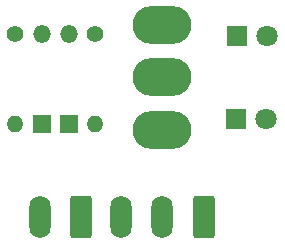
<source format=gbr>
%TF.GenerationSoftware,KiCad,Pcbnew,8.0.8*%
%TF.CreationDate,2025-02-01T23:36:58+01:00*%
%TF.ProjectId,pointControlPulse,706f696e-7443-46f6-9e74-726f6c50756c,rev?*%
%TF.SameCoordinates,Original*%
%TF.FileFunction,Soldermask,Bot*%
%TF.FilePolarity,Negative*%
%FSLAX46Y46*%
G04 Gerber Fmt 4.6, Leading zero omitted, Abs format (unit mm)*
G04 Created by KiCad (PCBNEW 8.0.8) date 2025-02-01 23:36:58*
%MOMM*%
%LPD*%
G01*
G04 APERTURE LIST*
G04 Aperture macros list*
%AMRoundRect*
0 Rectangle with rounded corners*
0 $1 Rounding radius*
0 $2 $3 $4 $5 $6 $7 $8 $9 X,Y pos of 4 corners*
0 Add a 4 corners polygon primitive as box body*
4,1,4,$2,$3,$4,$5,$6,$7,$8,$9,$2,$3,0*
0 Add four circle primitives for the rounded corners*
1,1,$1+$1,$2,$3*
1,1,$1+$1,$4,$5*
1,1,$1+$1,$6,$7*
1,1,$1+$1,$8,$9*
0 Add four rect primitives between the rounded corners*
20,1,$1+$1,$2,$3,$4,$5,0*
20,1,$1+$1,$4,$5,$6,$7,0*
20,1,$1+$1,$6,$7,$8,$9,0*
20,1,$1+$1,$8,$9,$2,$3,0*%
G04 Aperture macros list end*
%ADD10R,1.500000X1.500000*%
%ADD11O,1.500000X1.500000*%
%ADD12R,1.800000X1.800000*%
%ADD13C,1.800000*%
%ADD14O,5.000000X3.200000*%
%ADD15C,1.400000*%
%ADD16O,1.400000X1.400000*%
%ADD17RoundRect,0.250000X0.650000X1.550000X-0.650000X1.550000X-0.650000X-1.550000X0.650000X-1.550000X0*%
%ADD18O,1.800000X3.600000*%
G04 APERTURE END LIST*
D10*
%TO.C,D8*%
X156591000Y-107447000D03*
D11*
X156591000Y-99827000D03*
%TD*%
D10*
%TO.C,D1*%
X154305000Y-107447000D03*
D11*
X154305000Y-99827000D03*
%TD*%
D12*
%TO.C,D3*%
X170725000Y-107000000D03*
D13*
X173265000Y-107000000D03*
%TD*%
D14*
%TO.C,SW1*%
X164500000Y-107950000D03*
X164500000Y-103500000D03*
X164500000Y-99050000D03*
%TD*%
D12*
%TO.C,D6*%
X170850000Y-100000000D03*
D13*
X173390000Y-100000000D03*
%TD*%
D15*
%TO.C,R2*%
X158750000Y-99822000D03*
D16*
X158750000Y-107442000D03*
%TD*%
D15*
%TO.C,R1*%
X152019000Y-99822000D03*
D16*
X152019000Y-107442000D03*
%TD*%
D17*
%TO.C,J3*%
X157607000Y-115323500D03*
D18*
X154107000Y-115323500D03*
%TD*%
D17*
%TO.C,J2*%
X168000000Y-115316000D03*
D18*
X164500000Y-115316000D03*
X161000000Y-115316000D03*
%TD*%
M02*

</source>
